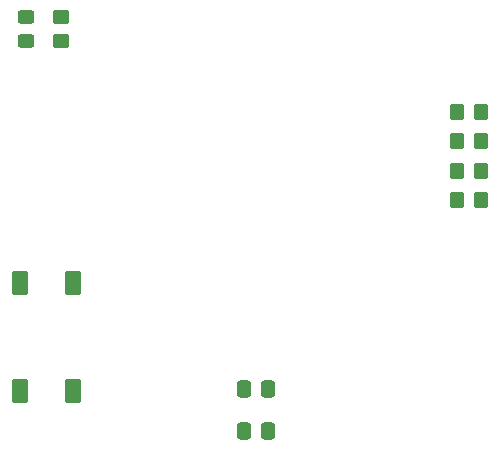
<source format=gbr>
%TF.GenerationSoftware,KiCad,Pcbnew,9.0.5*%
%TF.CreationDate,2026-02-02T17:22:04-08:00*%
%TF.ProjectId,Display device,44697370-6c61-4792-9064-65766963652e,rev?*%
%TF.SameCoordinates,Original*%
%TF.FileFunction,Paste,Top*%
%TF.FilePolarity,Positive*%
%FSLAX46Y46*%
G04 Gerber Fmt 4.6, Leading zero omitted, Abs format (unit mm)*
G04 Created by KiCad (PCBNEW 9.0.5) date 2026-02-02 17:22:04*
%MOMM*%
%LPD*%
G01*
G04 APERTURE LIST*
G04 Aperture macros list*
%AMRoundRect*
0 Rectangle with rounded corners*
0 $1 Rounding radius*
0 $2 $3 $4 $5 $6 $7 $8 $9 X,Y pos of 4 corners*
0 Add a 4 corners polygon primitive as box body*
4,1,4,$2,$3,$4,$5,$6,$7,$8,$9,$2,$3,0*
0 Add four circle primitives for the rounded corners*
1,1,$1+$1,$2,$3*
1,1,$1+$1,$4,$5*
1,1,$1+$1,$6,$7*
1,1,$1+$1,$8,$9*
0 Add four rect primitives between the rounded corners*
20,1,$1+$1,$2,$3,$4,$5,0*
20,1,$1+$1,$4,$5,$6,$7,0*
20,1,$1+$1,$6,$7,$8,$9,0*
20,1,$1+$1,$8,$9,$2,$3,0*%
G04 Aperture macros list end*
%ADD10RoundRect,0.250000X-0.450000X0.800000X-0.450000X-0.800000X0.450000X-0.800000X0.450000X0.800000X0*%
%ADD11RoundRect,0.250000X-0.350000X-0.450000X0.350000X-0.450000X0.350000X0.450000X-0.350000X0.450000X0*%
%ADD12RoundRect,0.250000X0.450000X-0.350000X0.450000X0.350000X-0.450000X0.350000X-0.450000X-0.350000X0*%
%ADD13RoundRect,0.250000X0.450000X-0.325000X0.450000X0.325000X-0.450000X0.325000X-0.450000X-0.325000X0*%
%ADD14RoundRect,0.250000X-0.337500X-0.475000X0.337500X-0.475000X0.337500X0.475000X-0.337500X0.475000X0*%
G04 APERTURE END LIST*
D10*
%TO.C,SW1*%
X118000000Y-103500000D03*
X118000000Y-112600000D03*
X113500000Y-103500000D03*
X113500000Y-112600000D03*
%TD*%
D11*
%TO.C,R5*%
X150500000Y-89000000D03*
X152500000Y-89000000D03*
%TD*%
%TO.C,R4*%
X150500000Y-91500000D03*
X152500000Y-91500000D03*
%TD*%
%TO.C,R3*%
X150500000Y-94000000D03*
X152500000Y-94000000D03*
%TD*%
%TO.C,R2*%
X150500000Y-96500000D03*
X152500000Y-96500000D03*
%TD*%
D12*
%TO.C,R1*%
X116975000Y-83000000D03*
X116975000Y-81000000D03*
%TD*%
D13*
%TO.C,D1*%
X113975000Y-83025000D03*
X113975000Y-80975000D03*
%TD*%
D14*
%TO.C,C2*%
X132425000Y-116000000D03*
X134500000Y-116000000D03*
%TD*%
%TO.C,C1*%
X132425000Y-112500000D03*
X134500000Y-112500000D03*
%TD*%
M02*

</source>
